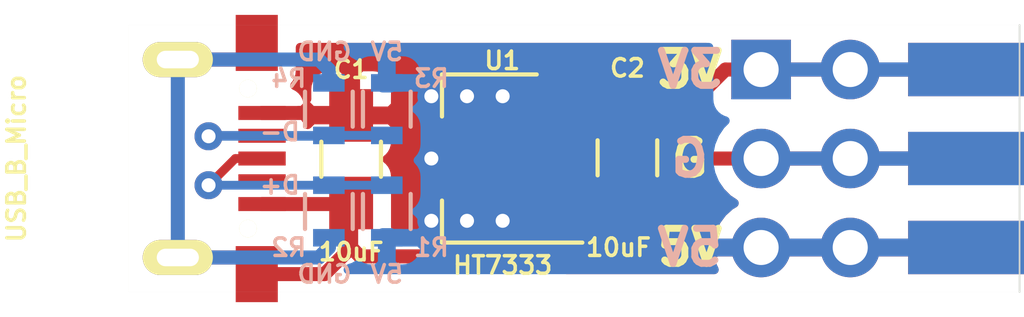
<source format=kicad_pcb>
(kicad_pcb (version 20171130) (host pcbnew 5.1.9)

  (general
    (thickness 1.6)
    (drawings 16)
    (tracks 61)
    (zones 0)
    (modules 10)
    (nets 7)
  )

  (page A4)
  (layers
    (0 F.Cu signal)
    (31 B.Cu signal)
    (32 B.Adhes user)
    (33 F.Adhes user)
    (34 B.Paste user)
    (35 F.Paste user)
    (36 B.SilkS user)
    (37 F.SilkS user)
    (38 B.Mask user)
    (39 F.Mask user)
    (40 Dwgs.User user)
    (41 Cmts.User user)
    (42 Eco1.User user)
    (43 Eco2.User user)
    (44 Edge.Cuts user)
    (45 Margin user)
    (46 B.CrtYd user)
    (47 F.CrtYd user)
    (48 B.Fab user hide)
    (49 F.Fab user hide)
  )

  (setup
    (last_trace_width 0.25)
    (trace_clearance 0.2)
    (zone_clearance 0.508)
    (zone_45_only no)
    (trace_min 0.2)
    (via_size 0.8)
    (via_drill 0.4)
    (via_min_size 0.4)
    (via_min_drill 0.3)
    (uvia_size 0.3)
    (uvia_drill 0.1)
    (uvias_allowed no)
    (uvia_min_size 0.2)
    (uvia_min_drill 0.1)
    (edge_width 0.05)
    (segment_width 0.2)
    (pcb_text_width 0.3)
    (pcb_text_size 1.5 1.5)
    (mod_edge_width 0.12)
    (mod_text_size 0.5 0.5)
    (mod_text_width 0.1)
    (pad_size 1.524 1.524)
    (pad_drill 0.762)
    (pad_to_mask_clearance 0)
    (aux_axis_origin 0 0)
    (visible_elements FFFFFF7F)
    (pcbplotparams
      (layerselection 0x010f0_ffffffff)
      (usegerberextensions false)
      (usegerberattributes true)
      (usegerberadvancedattributes true)
      (creategerberjobfile true)
      (excludeedgelayer true)
      (linewidth 0.100000)
      (plotframeref false)
      (viasonmask false)
      (mode 1)
      (useauxorigin false)
      (hpglpennumber 1)
      (hpglpenspeed 20)
      (hpglpendiameter 15.000000)
      (psnegative false)
      (psa4output false)
      (plotreference true)
      (plotvalue true)
      (plotinvisibletext false)
      (padsonsilk false)
      (subtractmaskfromsilk false)
      (outputformat 1)
      (mirror false)
      (drillshape 0)
      (scaleselection 1)
      (outputdirectory "out/usb_ht73xx_v0.1/"))
  )

  (net 0 "")
  (net 1 +5V)
  (net 2 GND)
  (net 3 +3V3)
  (net 4 "Net-(J1-Pad4)")
  (net 5 /D+)
  (net 6 /D-)

  (net_class Default "This is the default net class."
    (clearance 0.2)
    (trace_width 0.25)
    (via_dia 0.8)
    (via_drill 0.4)
    (uvia_dia 0.3)
    (uvia_drill 0.1)
    (add_net /D+)
    (add_net /D-)
    (add_net "Net-(J1-Pad4)")
  )

  (net_class Power ""
    (clearance 0.2)
    (trace_width 0.4)
    (via_dia 0.8)
    (via_drill 0.4)
    (uvia_dia 0.3)
    (uvia_drill 0.1)
    (add_net +3V3)
    (add_net +5V)
    (add_net GND)
  )

  (module Connectors:USB_Micro-B_Female_Wellco_AUSB_1011_05S2 (layer F.Cu) (tedit 5FF0F56B) (tstamp 5FF0F6D4)
    (at 29.21 29.21 270)
    (path /5FF0BFA1)
    (fp_text reference J1 (at 0 -2.05 90) (layer F.SilkS) hide
      (effects (font (size 0.5 0.5) (thickness 0.1)))
    )
    (fp_text value USB_B_Micro (at 0 7 90) (layer F.SilkS)
      (effects (font (size 0.5 0.5) (thickness 0.1)))
    )
    (fp_line (start -4.2 -1.15) (end -4.2 -0.95) (layer F.Fab) (width 0.05))
    (fp_line (start 4.2 -1.15) (end 4.2 -0.95) (layer F.Fab) (width 0.05))
    (fp_line (start -4.2 -1.15) (end 4.2 -1.15) (layer F.Fab) (width 0.05))
    (fp_line (start 4.2 1.25) (end 4.2 5.4) (layer F.Fab) (width 0.05))
    (fp_line (start -4.2 1.25) (end -4.2 5.4) (layer F.Fab) (width 0.05))
    (fp_line (start 4.2 6) (end -4.2 6) (layer F.Fab) (width 0.05))
    (fp_line (start -4.2 6) (end -4.2 5.4) (layer F.Fab) (width 0.05))
    (fp_line (start 4.2 6) (end 4.2 5.4) (layer F.Fab) (width 0.05))
    (fp_line (start 4.2 4.9) (end 4.5 6) (layer F.Fab) (width 0.05))
    (fp_line (start -4.2 4.9) (end -4.5 6) (layer F.Fab) (width 0.05))
    (fp_line (start 4.2 4.9) (end -4.2 4.9) (layer F.Fab) (width 0.05))
    (pad 6 smd rect (at 3.3 0.15 90) (size 1.6 1.2) (layers F.Cu F.Paste F.Mask)
      (net 2 GND) (clearance 0.24999))
    (pad 6 smd rect (at -3.3 0.15 90) (size 1.6 1.2) (layers F.Cu F.Paste F.Mask)
      (net 2 GND) (clearance 0.249999))
    (pad "" np_thru_hole circle (at -2 0.4 90) (size 0.5 0.5) (drill 0.5) (layers *.Cu *.Mask F.SilkS)
      (clearance 0.249999))
    (pad "" np_thru_hole circle (at 2 0.4 90) (size 0.5 0.5) (drill 0.5) (layers *.Cu *.Mask F.SilkS)
      (clearance 0.24999))
    (pad 6 thru_hole oval (at -2.825 2.4 90) (size 1 2) (drill oval 0.5 1.2) (layers *.Cu *.Mask F.SilkS)
      (net 2 GND) (clearance 0.25))
    (pad 5 smd rect (at 1.3 0 90) (size 0.4 1.35) (layers F.Cu F.Paste F.Mask)
      (net 2 GND) (clearance 0.24999))
    (pad 4 smd rect (at 0.65 0 90) (size 0.4 1.35) (layers F.Cu F.Paste F.Mask)
      (net 4 "Net-(J1-Pad4)") (clearance 0.25))
    (pad 3 smd rect (at 0 0 90) (size 0.4 1.35) (layers F.Cu F.Paste F.Mask)
      (net 5 /D+) (clearance 0.25))
    (pad 2 smd rect (at -0.65 0 90) (size 0.4 1.35) (layers F.Cu F.Paste F.Mask)
      (net 6 /D-) (clearance 0.25))
    (pad 1 smd rect (at -1.3 0 90) (size 0.4 1.35) (layers F.Cu F.Paste F.Mask)
      (net 1 +5V) (clearance 0.24999))
    (pad 6 thru_hole oval (at 2.825 2.4 90) (size 1 2) (drill oval 0.5 1.2) (layers *.Cu *.Mask F.SilkS)
      (net 2 GND) (clearance 0.25))
  )

  (module 2.54mm_Pin_Headers:Edge_2x03 locked (layer B.Cu) (tedit 5FF0F19B) (tstamp 5FF0D677)
    (at 49.276 26.67 270)
    (path /5FF498C8)
    (fp_text reference J3 (at 0 -5.334 270) (layer B.SilkS) hide
      (effects (font (size 0.5 0.5) (thickness 0.1)) (justify mirror))
    )
    (fp_text value Conn_02x03_Odd_Even (at 0 5.08 270) (layer B.SilkS) hide
      (effects (font (size 0.5 0.5) (thickness 0.1)) (justify mirror))
    )
    (pad 6 smd rect (at 5.08 0 270) (size 1.524 3.302) (layers F.Cu F.Paste F.Mask)
      (net 1 +5V))
    (pad 5 smd rect (at 5.08 0 270) (size 1.524 3.302) (layers B.Cu B.Paste B.Mask)
      (net 1 +5V))
    (pad 4 smd rect (at 2.54 0 270) (size 1.524 3.302) (layers F.Cu F.Paste F.Mask)
      (net 2 GND))
    (pad 3 smd rect (at 2.54 0 270) (size 1.524 3.302) (layers B.Cu B.Paste B.Mask)
      (net 2 GND))
    (pad 2 smd rect (at 0 0 270) (size 1.524 3.302) (layers F.Cu F.Paste F.Mask)
      (net 3 +3V3))
    (pad 1 smd rect (at 0 0 270) (size 1.524 3.302) (layers B.Cu B.Paste B.Mask)
      (net 3 +3V3))
  )

  (module Pin_Headers:Pin_Header_Straight_2x03_Pitch2.54mm locked (layer F.Cu) (tedit 5FF0F177) (tstamp 5FF0E505)
    (at 43.434 26.67)
    (descr "Through hole straight pin header, 2x03, 2.54mm pitch, double rows")
    (tags "Through hole pin header THT 2x03 2.54mm double row")
    (path /5FF1345A)
    (fp_text reference J2 (at 1.27 -2.33) (layer F.SilkS) hide
      (effects (font (size 0.5 0.5) (thickness 0.1)))
    )
    (fp_text value Conn_02x03_Odd_Even (at 1.27 7.41) (layer F.Fab)
      (effects (font (size 1 1) (thickness 0.15)))
    )
    (fp_line (start 4.35 -1.8) (end -1.8 -1.8) (layer F.CrtYd) (width 0.05))
    (fp_line (start 4.35 6.85) (end 4.35 -1.8) (layer F.CrtYd) (width 0.05))
    (fp_line (start -1.8 6.85) (end 4.35 6.85) (layer F.CrtYd) (width 0.05))
    (fp_line (start -1.8 -1.8) (end -1.8 6.85) (layer F.CrtYd) (width 0.05))
    (fp_line (start -1.27 0) (end 0 -1.27) (layer F.Fab) (width 0.1))
    (fp_line (start -1.27 6.35) (end -1.27 0) (layer F.Fab) (width 0.1))
    (fp_line (start 3.81 6.35) (end -1.27 6.35) (layer F.Fab) (width 0.1))
    (fp_line (start 3.81 -1.27) (end 3.81 6.35) (layer F.Fab) (width 0.1))
    (fp_line (start 0 -1.27) (end 3.81 -1.27) (layer F.Fab) (width 0.1))
    (fp_text user %R (at 1.27 2.54 90) (layer F.Fab)
      (effects (font (size 1 1) (thickness 0.15)))
    )
    (pad 1 thru_hole rect (at 0 0) (size 1.7 1.7) (drill 1) (layers *.Cu *.Mask)
      (net 3 +3V3))
    (pad 2 thru_hole oval (at 2.54 0) (size 1.7 1.7) (drill 1) (layers *.Cu *.Mask)
      (net 3 +3V3))
    (pad 3 thru_hole oval (at 0 2.54) (size 1.7 1.7) (drill 1) (layers *.Cu *.Mask)
      (net 2 GND))
    (pad 4 thru_hole oval (at 2.54 2.54) (size 1.7 1.7) (drill 1) (layers *.Cu *.Mask)
      (net 2 GND))
    (pad 5 thru_hole oval (at 0 5.08) (size 1.7 1.7) (drill 1) (layers *.Cu *.Mask)
      (net 1 +5V))
    (pad 6 thru_hole oval (at 2.54 5.08) (size 1.7 1.7) (drill 1) (layers *.Cu *.Mask)
      (net 1 +5V))
    (model ${KISYS3DMOD}/Pin_Headers.3dshapes/Pin_Header_Straight_2x03_Pitch2.54mm.wrl
      (at (xyz 0 0 0))
      (scale (xyz 1 1 1))
      (rotate (xyz 0 0 0))
    )
  )

  (module Resistors_SMD:R_0603 (layer B.Cu) (tedit 58E0A804) (tstamp 5FF0ED17)
    (at 31.115 27.801 90)
    (descr "Resistor SMD 0603, reflow soldering, Vishay (see dcrcw.pdf)")
    (tags "resistor 0603")
    (path /5FF4CA63)
    (attr smd)
    (fp_text reference R4 (at 0.877 -1.143 180) (layer B.SilkS)
      (effects (font (size 0.5 0.5) (thickness 0.1)) (justify mirror))
    )
    (fp_text value R (at 0 -1.5 270) (layer B.Fab)
      (effects (font (size 1 1) (thickness 0.15)) (justify mirror))
    )
    (fp_line (start -0.8 -0.4) (end -0.8 0.4) (layer B.Fab) (width 0.1))
    (fp_line (start 0.8 -0.4) (end -0.8 -0.4) (layer B.Fab) (width 0.1))
    (fp_line (start 0.8 0.4) (end 0.8 -0.4) (layer B.Fab) (width 0.1))
    (fp_line (start -0.8 0.4) (end 0.8 0.4) (layer B.Fab) (width 0.1))
    (fp_line (start 0.5 -0.68) (end -0.5 -0.68) (layer B.SilkS) (width 0.12))
    (fp_line (start -0.5 0.68) (end 0.5 0.68) (layer B.SilkS) (width 0.12))
    (fp_line (start -1.25 0.7) (end 1.25 0.7) (layer B.CrtYd) (width 0.05))
    (fp_line (start -1.25 0.7) (end -1.25 -0.7) (layer B.CrtYd) (width 0.05))
    (fp_line (start 1.25 -0.7) (end 1.25 0.7) (layer B.CrtYd) (width 0.05))
    (fp_line (start 1.25 -0.7) (end -1.25 -0.7) (layer B.CrtYd) (width 0.05))
    (fp_text user %R (at 0 0 270) (layer B.Fab)
      (effects (font (size 1 1) (thickness 0.15)) (justify mirror))
    )
    (pad 1 smd rect (at -0.75 0 90) (size 0.5 0.9) (layers B.Cu B.Paste B.Mask)
      (net 6 /D-))
    (pad 2 smd rect (at 0.75 0 90) (size 0.5 0.9) (layers B.Cu B.Paste B.Mask)
      (net 2 GND))
    (model ${KISYS3DMOD}/Resistors_SMD.3dshapes/R_0603.wrl
      (at (xyz 0 0 0))
      (scale (xyz 1 1 1))
      (rotate (xyz 0 0 0))
    )
  )

  (module Resistors_SMD:R_0603 (layer B.Cu) (tedit 58E0A804) (tstamp 5FF10912)
    (at 31.115 30.722 270)
    (descr "Resistor SMD 0603, reflow soldering, Vishay (see dcrcw.pdf)")
    (tags "resistor 0603")
    (path /5FF70791)
    (attr smd)
    (fp_text reference R2 (at 1.028 1.143 180) (layer B.SilkS)
      (effects (font (size 0.5 0.5) (thickness 0.1)) (justify mirror))
    )
    (fp_text value R (at 0 -1.5 270) (layer B.Fab)
      (effects (font (size 1 1) (thickness 0.15)) (justify mirror))
    )
    (fp_text user %R (at 0 0 270) (layer B.Fab)
      (effects (font (size 1 1) (thickness 0.15)) (justify mirror))
    )
    (fp_line (start 1.25 -0.7) (end -1.25 -0.7) (layer B.CrtYd) (width 0.05))
    (fp_line (start 1.25 -0.7) (end 1.25 0.7) (layer B.CrtYd) (width 0.05))
    (fp_line (start -1.25 0.7) (end -1.25 -0.7) (layer B.CrtYd) (width 0.05))
    (fp_line (start -1.25 0.7) (end 1.25 0.7) (layer B.CrtYd) (width 0.05))
    (fp_line (start -0.5 0.68) (end 0.5 0.68) (layer B.SilkS) (width 0.12))
    (fp_line (start 0.5 -0.68) (end -0.5 -0.68) (layer B.SilkS) (width 0.12))
    (fp_line (start -0.8 0.4) (end 0.8 0.4) (layer B.Fab) (width 0.1))
    (fp_line (start 0.8 0.4) (end 0.8 -0.4) (layer B.Fab) (width 0.1))
    (fp_line (start 0.8 -0.4) (end -0.8 -0.4) (layer B.Fab) (width 0.1))
    (fp_line (start -0.8 -0.4) (end -0.8 0.4) (layer B.Fab) (width 0.1))
    (pad 2 smd rect (at 0.75 0 270) (size 0.5 0.9) (layers B.Cu B.Paste B.Mask)
      (net 2 GND))
    (pad 1 smd rect (at -0.75 0 270) (size 0.5 0.9) (layers B.Cu B.Paste B.Mask)
      (net 5 /D+))
    (model ${KISYS3DMOD}/Resistors_SMD.3dshapes/R_0603.wrl
      (at (xyz 0 0 0))
      (scale (xyz 1 1 1))
      (rotate (xyz 0 0 0))
    )
  )

  (module Resistors_SMD:R_0603 (layer B.Cu) (tedit 58E0A804) (tstamp 5FF104DF)
    (at 32.766 30.722 270)
    (descr "Resistor SMD 0603, reflow soldering, Vishay (see dcrcw.pdf)")
    (tags "resistor 0603")
    (path /5FF4BD61)
    (attr smd)
    (fp_text reference R1 (at 1.028 -1.27 180) (layer B.SilkS)
      (effects (font (size 0.5 0.5) (thickness 0.1)) (justify mirror))
    )
    (fp_text value R (at 0 -1.5 270) (layer B.Fab)
      (effects (font (size 1 1) (thickness 0.15)) (justify mirror))
    )
    (fp_line (start -0.8 -0.4) (end -0.8 0.4) (layer B.Fab) (width 0.1))
    (fp_line (start 0.8 -0.4) (end -0.8 -0.4) (layer B.Fab) (width 0.1))
    (fp_line (start 0.8 0.4) (end 0.8 -0.4) (layer B.Fab) (width 0.1))
    (fp_line (start -0.8 0.4) (end 0.8 0.4) (layer B.Fab) (width 0.1))
    (fp_line (start 0.5 -0.68) (end -0.5 -0.68) (layer B.SilkS) (width 0.12))
    (fp_line (start -0.5 0.68) (end 0.5 0.68) (layer B.SilkS) (width 0.12))
    (fp_line (start -1.25 0.7) (end 1.25 0.7) (layer B.CrtYd) (width 0.05))
    (fp_line (start -1.25 0.7) (end -1.25 -0.7) (layer B.CrtYd) (width 0.05))
    (fp_line (start 1.25 -0.7) (end 1.25 0.7) (layer B.CrtYd) (width 0.05))
    (fp_line (start 1.25 -0.7) (end -1.25 -0.7) (layer B.CrtYd) (width 0.05))
    (fp_text user %R (at 0 0 270) (layer B.Fab)
      (effects (font (size 1 1) (thickness 0.15)) (justify mirror))
    )
    (pad 1 smd rect (at -0.75 0 270) (size 0.5 0.9) (layers B.Cu B.Paste B.Mask)
      (net 5 /D+))
    (pad 2 smd rect (at 0.75 0 270) (size 0.5 0.9) (layers B.Cu B.Paste B.Mask)
      (net 1 +5V))
    (model ${KISYS3DMOD}/Resistors_SMD.3dshapes/R_0603.wrl
      (at (xyz 0 0 0))
      (scale (xyz 1 1 1))
      (rotate (xyz 0 0 0))
    )
  )

  (module Resistors_SMD:R_0603 (layer B.Cu) (tedit 58E0A804) (tstamp 5FF0E2FC)
    (at 32.766 27.801 270)
    (descr "Resistor SMD 0603, reflow soldering, Vishay (see dcrcw.pdf)")
    (tags "resistor 0603")
    (path /5FF52722)
    (attr smd)
    (fp_text reference R3 (at -0.877 -1.27 180) (layer B.SilkS)
      (effects (font (size 0.5 0.5) (thickness 0.1)) (justify mirror))
    )
    (fp_text value R (at 0 -1.5 270) (layer B.Fab)
      (effects (font (size 1 1) (thickness 0.15)) (justify mirror))
    )
    (fp_line (start -0.8 -0.4) (end -0.8 0.4) (layer B.Fab) (width 0.1))
    (fp_line (start 0.8 -0.4) (end -0.8 -0.4) (layer B.Fab) (width 0.1))
    (fp_line (start 0.8 0.4) (end 0.8 -0.4) (layer B.Fab) (width 0.1))
    (fp_line (start -0.8 0.4) (end 0.8 0.4) (layer B.Fab) (width 0.1))
    (fp_line (start 0.5 -0.68) (end -0.5 -0.68) (layer B.SilkS) (width 0.12))
    (fp_line (start -0.5 0.68) (end 0.5 0.68) (layer B.SilkS) (width 0.12))
    (fp_line (start -1.25 0.7) (end 1.25 0.7) (layer B.CrtYd) (width 0.05))
    (fp_line (start -1.25 0.7) (end -1.25 -0.7) (layer B.CrtYd) (width 0.05))
    (fp_line (start 1.25 -0.7) (end 1.25 0.7) (layer B.CrtYd) (width 0.05))
    (fp_line (start 1.25 -0.7) (end -1.25 -0.7) (layer B.CrtYd) (width 0.05))
    (fp_text user %R (at 0 0 270) (layer B.Fab)
      (effects (font (size 1 1) (thickness 0.15)) (justify mirror))
    )
    (pad 1 smd rect (at -0.75 0 270) (size 0.5 0.9) (layers B.Cu B.Paste B.Mask)
      (net 1 +5V))
    (pad 2 smd rect (at 0.75 0 270) (size 0.5 0.9) (layers B.Cu B.Paste B.Mask)
      (net 6 /D-))
    (model ${KISYS3DMOD}/Resistors_SMD.3dshapes/R_0603.wrl
      (at (xyz 0 0 0))
      (scale (xyz 1 1 1))
      (rotate (xyz 0 0 0))
    )
  )

  (module TO_SOT_Packages_SMD:SOT-89-3 (layer F.Cu) (tedit 591F0203) (tstamp 5FF12134)
    (at 36.1188 29.21 180)
    (descr SOT-89-3)
    (tags SOT-89-3)
    (path /5FF0B9D1)
    (zone_connect 2)
    (attr smd)
    (fp_text reference U1 (at 0.0635 2.794) (layer F.SilkS)
      (effects (font (size 0.5 0.5) (thickness 0.1)))
    )
    (fp_text value HT7333 (at 0.0508 -3.048) (layer F.SilkS)
      (effects (font (size 0.5 0.5) (thickness 0.1)))
    )
    (fp_line (start -2.48 2.55) (end -2.48 -2.55) (layer F.CrtYd) (width 0.05))
    (fp_line (start -2.48 2.55) (end 3.23 2.55) (layer F.CrtYd) (width 0.05))
    (fp_line (start 3.23 -2.55) (end -2.48 -2.55) (layer F.CrtYd) (width 0.05))
    (fp_line (start 3.23 -2.55) (end 3.23 2.55) (layer F.CrtYd) (width 0.05))
    (fp_line (start -0.13 -2.3) (end 1.68 -2.3) (layer F.Fab) (width 0.1))
    (fp_line (start -0.92 2.3) (end -0.92 -1.51) (layer F.Fab) (width 0.1))
    (fp_line (start 1.68 2.3) (end -0.92 2.3) (layer F.Fab) (width 0.1))
    (fp_line (start 1.68 -2.3) (end 1.68 2.3) (layer F.Fab) (width 0.1))
    (fp_line (start -0.92 -1.51) (end -0.13 -2.3) (layer F.Fab) (width 0.1))
    (fp_line (start 1.78 -2.4) (end 1.78 -1.2) (layer F.SilkS) (width 0.12))
    (fp_line (start -2.22 -2.4) (end 1.78 -2.4) (layer F.SilkS) (width 0.12))
    (fp_line (start 1.78 2.4) (end -0.92 2.4) (layer F.SilkS) (width 0.12))
    (fp_line (start 1.78 1.2) (end 1.78 2.4) (layer F.SilkS) (width 0.12))
    (fp_text user %R (at 0.38 0 90) (layer F.Fab)
      (effects (font (size 1 1) (thickness 0.15)))
    )
    (pad 2 smd trapezoid (at 2.667 0 90) (size 1.6 0.85) (rect_delta 0 0.6 ) (layers F.Cu F.Paste F.Mask)
      (net 1 +5V) (zone_connect 2))
    (pad 1 smd rect (at -1.48 -1.5 90) (size 1 1.5) (layers F.Cu F.Paste F.Mask)
      (net 2 GND) (zone_connect 2))
    (pad 2 smd rect (at -1.3335 0 90) (size 1 1.8) (layers F.Cu F.Paste F.Mask)
      (net 1 +5V) (zone_connect 2))
    (pad 3 smd rect (at -1.48 1.5 90) (size 1 1.5) (layers F.Cu F.Paste F.Mask)
      (net 3 +3V3) (zone_connect 2))
    (pad 2 smd rect (at 1.3335 0 90) (size 2.2 1.84) (layers F.Cu F.Paste F.Mask)
      (net 1 +5V) (zone_connect 2))
    (pad 2 smd trapezoid (at -0.0762 0 270) (size 1.5 1) (rect_delta 0 0.7 ) (layers F.Cu F.Paste F.Mask)
      (net 1 +5V) (zone_connect 2))
    (model ${KISYS3DMOD}/TO_SOT_Packages_SMD.3dshapes/SOT-89-3.wrl
      (at (xyz 0 0 0))
      (scale (xyz 1 1 1))
      (rotate (xyz 0 0 0))
    )
  )

  (module Capacitors_SMD:C_0805_HandSoldering (layer F.Cu) (tedit 58AA84A8) (tstamp 5FF1221C)
    (at 39.624 29.19 270)
    (descr "Capacitor SMD 0805, hand soldering")
    (tags "capacitor 0805")
    (path /5FF1BF14)
    (attr smd)
    (fp_text reference C2 (at -2.56 0 180) (layer F.SilkS)
      (effects (font (size 0.5 0.5) (thickness 0.1)))
    )
    (fp_text value 10uF (at 2.56 0.254 180) (layer F.SilkS)
      (effects (font (size 0.5 0.5) (thickness 0.1)))
    )
    (fp_line (start 2.25 0.87) (end -2.25 0.87) (layer F.CrtYd) (width 0.05))
    (fp_line (start 2.25 0.87) (end 2.25 -0.88) (layer F.CrtYd) (width 0.05))
    (fp_line (start -2.25 -0.88) (end -2.25 0.87) (layer F.CrtYd) (width 0.05))
    (fp_line (start -2.25 -0.88) (end 2.25 -0.88) (layer F.CrtYd) (width 0.05))
    (fp_line (start -0.5 0.85) (end 0.5 0.85) (layer F.SilkS) (width 0.12))
    (fp_line (start 0.5 -0.85) (end -0.5 -0.85) (layer F.SilkS) (width 0.12))
    (fp_line (start -1 -0.62) (end 1 -0.62) (layer F.Fab) (width 0.1))
    (fp_line (start 1 -0.62) (end 1 0.62) (layer F.Fab) (width 0.1))
    (fp_line (start 1 0.62) (end -1 0.62) (layer F.Fab) (width 0.1))
    (fp_line (start -1 0.62) (end -1 -0.62) (layer F.Fab) (width 0.1))
    (fp_text user %R (at 0 -1.75 90) (layer F.Fab)
      (effects (font (size 1 1) (thickness 0.15)))
    )
    (pad 1 smd rect (at -1.25 0 270) (size 1.5 1.25) (layers F.Cu F.Paste F.Mask)
      (net 3 +3V3))
    (pad 2 smd rect (at 1.25 0 270) (size 1.5 1.25) (layers F.Cu F.Paste F.Mask)
      (net 2 GND))
    (model Capacitors_SMD.3dshapes/C_0805.wrl
      (at (xyz 0 0 0))
      (scale (xyz 1 1 1))
      (rotate (xyz 0 0 0))
    )
  )

  (module Capacitors_SMD:C_0805_HandSoldering (layer F.Cu) (tedit 58AA84A8) (tstamp 5FF0FC56)
    (at 31.75 29.23 270)
    (descr "Capacitor SMD 0805, hand soldering")
    (tags "capacitor 0805")
    (path /5FF1A16B)
    (attr smd)
    (fp_text reference C1 (at -2.56 0 180) (layer F.SilkS)
      (effects (font (size 0.5 0.5) (thickness 0.1)))
    )
    (fp_text value 10uF (at 2.647 0 180) (layer F.SilkS)
      (effects (font (size 0.5 0.5) (thickness 0.1)))
    )
    (fp_line (start 2.25 0.87) (end -2.25 0.87) (layer F.CrtYd) (width 0.05))
    (fp_line (start 2.25 0.87) (end 2.25 -0.88) (layer F.CrtYd) (width 0.05))
    (fp_line (start -2.25 -0.88) (end -2.25 0.87) (layer F.CrtYd) (width 0.05))
    (fp_line (start -2.25 -0.88) (end 2.25 -0.88) (layer F.CrtYd) (width 0.05))
    (fp_line (start -0.5 0.85) (end 0.5 0.85) (layer F.SilkS) (width 0.12))
    (fp_line (start 0.5 -0.85) (end -0.5 -0.85) (layer F.SilkS) (width 0.12))
    (fp_line (start -1 -0.62) (end 1 -0.62) (layer F.Fab) (width 0.1))
    (fp_line (start 1 -0.62) (end 1 0.62) (layer F.Fab) (width 0.1))
    (fp_line (start 1 0.62) (end -1 0.62) (layer F.Fab) (width 0.1))
    (fp_line (start -1 0.62) (end -1 -0.62) (layer F.Fab) (width 0.1))
    (fp_text user %R (at 0 -1.75 90) (layer F.Fab)
      (effects (font (size 1 1) (thickness 0.15)))
    )
    (pad 1 smd rect (at -1.25 0 270) (size 1.5 1.25) (layers F.Cu F.Paste F.Mask)
      (net 1 +5V))
    (pad 2 smd rect (at 1.25 0 270) (size 1.5 1.25) (layers F.Cu F.Paste F.Mask)
      (net 2 GND))
    (model Capacitors_SMD.3dshapes/C_0805.wrl
      (at (xyz 0 0 0))
      (scale (xyz 1 1 1))
      (rotate (xyz 0 0 0))
    )
  )

  (gr_text 5V (at 41.402 31.75) (layer B.SilkS) (tstamp 5FF12DD8)
    (effects (font (size 1 1) (thickness 0.2)) (justify mirror))
  )
  (gr_text G (at 41.402 29.21) (layer B.SilkS) (tstamp 5FF12825)
    (effects (font (size 1 1) (thickness 0.2)) (justify mirror))
  )
  (gr_text "3V\n" (at 41.402 26.67) (layer B.SilkS) (tstamp 5FF1281E)
    (effects (font (size 1 1) (thickness 0.2)) (justify mirror))
  )
  (gr_text "3V\n" (at 41.402 26.67) (layer F.SilkS) (tstamp 5FF123AF)
    (effects (font (size 1 1) (thickness 0.2)))
  )
  (gr_text G (at 41.402 29.21) (layer F.SilkS) (tstamp 5FF123AD)
    (effects (font (size 1 1) (thickness 0.2)))
  )
  (gr_text 5V (at 41.402 31.75) (layer F.SilkS)
    (effects (font (size 1 1) (thickness 0.2)))
  )
  (gr_text 5V (at 32.766 26.162) (layer B.SilkS)
    (effects (font (size 0.5 0.5) (thickness 0.1)) (justify mirror))
  )
  (gr_text 5V (at 32.766 32.512) (layer B.SilkS)
    (effects (font (size 0.5 0.5) (thickness 0.1)) (justify mirror))
  )
  (gr_text GND (at 30.988 32.512) (layer B.SilkS)
    (effects (font (size 0.5 0.5) (thickness 0.1)) (justify mirror))
  )
  (gr_text GND (at 30.988 26.162) (layer B.SilkS)
    (effects (font (size 0.5 0.5) (thickness 0.1)) (justify mirror))
  )
  (gr_text D+ (at 29.718 29.972) (layer B.SilkS)
    (effects (font (size 0.5 0.5) (thickness 0.1)) (justify mirror))
  )
  (gr_text D- (at 29.718 28.448) (layer B.SilkS)
    (effects (font (size 0.5 0.5) (thickness 0.1)) (justify mirror))
  )
  (gr_line (start 25.4 25.4) (end 25.4 33.02) (layer Edge.Cuts) (width 0.001) (tstamp 5FF0E865))
  (gr_line (start 50.8 33.02) (end 25.4 33.02) (layer Edge.Cuts) (width 0.001))
  (gr_line (start 50.8 25.4) (end 50.8 33.02) (layer Edge.Cuts) (width 0.05))
  (gr_line (start 25.4 25.4) (end 50.8 25.4) (layer Edge.Cuts) (width 0.001))

  (via (at 34.036 29.21) (size 0.8) (drill 0.4) (layers F.Cu B.Cu) (net 1))
  (segment (start 45.974 31.75) (end 49.276 31.75) (width 0.4) (layer B.Cu) (net 1))
  (segment (start 43.434 31.75) (end 45.974 31.75) (width 0.4) (layer B.Cu) (net 1))
  (segment (start 31.68 27.91) (end 31.75 27.98) (width 0.4) (layer F.Cu) (net 1))
  (segment (start 29.21 27.91) (end 31.68 27.91) (width 0.4) (layer F.Cu) (net 1))
  (via (at 36.068 27.432) (size 0.8) (drill 0.4) (layers F.Cu B.Cu) (net 1))
  (via (at 35.052 27.432) (size 0.8) (drill 0.4) (layers F.Cu B.Cu) (net 1))
  (via (at 34.036 27.432) (size 0.8) (drill 0.4) (layers F.Cu B.Cu) (net 1))
  (via (at 36.068 30.988) (size 0.8) (drill 0.4) (layers F.Cu B.Cu) (net 1))
  (via (at 35.052 30.988) (size 0.8) (drill 0.4) (layers F.Cu B.Cu) (net 1))
  (via (at 34.036 30.988) (size 0.8) (drill 0.4) (layers F.Cu B.Cu) (net 1))
  (segment (start 45.974 29.21) (end 49.276 29.21) (width 0.4) (layer F.Cu) (net 2))
  (segment (start 45.974 29.21) (end 49.276 29.21) (width 0.4) (layer B.Cu) (net 2))
  (segment (start 28.585 26.385) (end 29.06 25.91) (width 0.4) (layer F.Cu) (net 2))
  (segment (start 26.81 26.385) (end 28.585 26.385) (width 0.4) (layer F.Cu) (net 2))
  (segment (start 28.585 32.035) (end 29.06 32.51) (width 0.4) (layer F.Cu) (net 2))
  (segment (start 26.81 32.035) (end 28.585 32.035) (width 0.4) (layer F.Cu) (net 2))
  (segment (start 26.81 26.385) (end 30.83 26.385) (width 0.4) (layer B.Cu) (net 2))
  (segment (start 31.115 26.67) (end 31.115 27.051) (width 0.4) (layer B.Cu) (net 2))
  (segment (start 30.83 26.385) (end 31.115 26.67) (width 0.4) (layer B.Cu) (net 2))
  (segment (start 26.81 32.035) (end 30.83 32.035) (width 0.4) (layer B.Cu) (net 2))
  (segment (start 31.72 30.51) (end 31.75 30.48) (width 0.4) (layer F.Cu) (net 2))
  (segment (start 29.21 30.51) (end 31.72 30.51) (width 0.4) (layer F.Cu) (net 2))
  (segment (start 29.06 32.51) (end 30.99 32.51) (width 0.4) (layer F.Cu) (net 2))
  (segment (start 30.99 32.51) (end 31.75 31.75) (width 0.4) (layer F.Cu) (net 2))
  (segment (start 31.75 30.48) (end 31.75 30.734) (width 0.4) (layer F.Cu) (net 2))
  (segment (start 31.75 30.48) (end 31.75 31.75) (width 0.4) (layer F.Cu) (net 2))
  (segment (start 31.75 31.75) (end 32.004 32.004) (width 0.4) (layer F.Cu) (net 2) (tstamp 5FF122A8))
  (segment (start 32.004 32.004) (end 37.084 32.004) (width 0.4) (layer F.Cu) (net 2))
  (segment (start 37.5988 31.4892) (end 37.5988 30.71) (width 0.4) (layer F.Cu) (net 2))
  (segment (start 37.084 32.004) (end 37.5988 31.4892) (width 0.4) (layer F.Cu) (net 2))
  (segment (start 37.5988 30.71) (end 39.735 30.71) (width 0.4) (layer F.Cu) (net 2))
  (segment (start 26.81 32.035) (end 26.81 26.385) (width 0.4) (layer B.Cu) (net 2))
  (segment (start 31.115 31.75) (end 30.83 32.035) (width 0.4) (layer B.Cu) (net 2))
  (segment (start 31.115 31.472) (end 31.115 31.75) (width 0.4) (layer B.Cu) (net 2))
  (segment (start 41.91 29.21) (end 43.434 29.21) (width 0.4) (layer F.Cu) (net 2))
  (segment (start 40.68 30.44) (end 41.91 29.21) (width 0.4) (layer F.Cu) (net 2))
  (segment (start 39.624 30.44) (end 40.68 30.44) (width 0.4) (layer F.Cu) (net 2))
  (segment (start 45.974 29.21) (end 43.434 29.21) (width 0.4) (layer F.Cu) (net 2))
  (segment (start 43.434 29.21) (end 49.276 29.21) (width 0.4) (layer B.Cu) (net 2))
  (segment (start 45.974 26.67) (end 49.276 26.67) (width 0.4) (layer F.Cu) (net 3))
  (segment (start 45.974 26.67) (end 49.276 26.67) (width 0.4) (layer B.Cu) (net 3))
  (segment (start 37.5988 27.71) (end 39.775 27.71) (width 0.4) (layer F.Cu) (net 3))
  (segment (start 39.624 27.94) (end 41.148 27.94) (width 0.4) (layer F.Cu) (net 3))
  (segment (start 42.418 26.67) (end 43.434 26.67) (width 0.4) (layer F.Cu) (net 3))
  (segment (start 41.148 27.94) (end 42.418 26.67) (width 0.4) (layer F.Cu) (net 3))
  (segment (start 45.974 26.67) (end 43.434 26.67) (width 0.4) (layer F.Cu) (net 3))
  (segment (start 43.434 26.67) (end 49.276 26.67) (width 0.4) (layer B.Cu) (net 3))
  (via (at 27.686 29.972) (size 0.8) (drill 0.4) (layers F.Cu B.Cu) (net 5))
  (segment (start 28.448 29.21) (end 27.686 29.972) (width 0.25) (layer F.Cu) (net 5))
  (segment (start 29.21 29.21) (end 28.448 29.21) (width 0.25) (layer F.Cu) (net 5))
  (segment (start 27.686 29.972) (end 31.115 29.972) (width 0.25) (layer B.Cu) (net 5) (tstamp 5FF10689))
  (segment (start 31.115 29.972) (end 32.512 29.972) (width 0.25) (layer B.Cu) (net 5))
  (via (at 27.686 28.575) (size 0.8) (drill 0.4) (layers F.Cu B.Cu) (net 6))
  (segment (start 27.701 28.56) (end 27.686 28.575) (width 0.25) (layer F.Cu) (net 6))
  (segment (start 29.21 28.56) (end 27.701 28.56) (width 0.25) (layer F.Cu) (net 6))
  (segment (start 31.091 28.575) (end 31.115 28.551) (width 0.25) (layer B.Cu) (net 6))
  (segment (start 27.686 28.575) (end 31.091 28.575) (width 0.25) (layer B.Cu) (net 6))
  (segment (start 31.115 28.551) (end 32.512 28.551) (width 0.25) (layer B.Cu) (net 6) (tstamp 5FF12E2F))
  (segment (start 27.71 28.551) (end 27.686 28.575) (width 0.25) (layer B.Cu) (net 6))
  (segment (start 32.766 28.551) (end 27.71 28.551) (width 0.25) (layer B.Cu) (net 6))

  (zone (net 1) (net_name +5V) (layer F.Cu) (tstamp 5FF134B7) (hatch edge 0.508)
    (connect_pads (clearance 0.508))
    (min_thickness 0.254)
    (fill yes (arc_segments 32) (thermal_gap 0.508) (thermal_bridge_width 0.508))
    (polygon
      (pts
        (xy 50.8 33.02) (xy 25.4 33.02) (xy 25.4 25.4) (xy 50.8 25.4)
      )
    )
    (filled_polygon
      (pts
        (xy 42.280525 30.156632) (xy 42.487368 30.363475) (xy 42.669534 30.485195) (xy 42.552645 30.554822) (xy 42.336412 30.749731)
        (xy 42.162359 30.98308) (xy 42.037175 31.245901) (xy 41.992524 31.39311) (xy 42.113845 31.623) (xy 43.307 31.623)
        (xy 43.307 31.603) (xy 43.561 31.603) (xy 43.561 31.623) (xy 45.847 31.623) (xy 45.847 31.603)
        (xy 46.101 31.603) (xy 46.101 31.623) (xy 49.149 31.623) (xy 49.149 31.603) (xy 49.403 31.603)
        (xy 49.403 31.623) (xy 49.423 31.623) (xy 49.423 31.877) (xy 49.403 31.877) (xy 49.403 31.897)
        (xy 49.149 31.897) (xy 49.149 31.877) (xy 46.101 31.877) (xy 46.101 31.897) (xy 45.847 31.897)
        (xy 45.847 31.877) (xy 43.561 31.877) (xy 43.561 31.897) (xy 43.307 31.897) (xy 43.307 31.877)
        (xy 42.113845 31.877) (xy 41.992524 32.10689) (xy 42.037175 32.254099) (xy 42.099286 32.3845) (xy 37.884367 32.3845)
        (xy 38.160222 32.108645) (xy 38.192091 32.082491) (xy 38.296436 31.955346) (xy 38.354052 31.847555) (xy 38.473282 31.835812)
        (xy 38.59298 31.799502) (xy 38.692608 31.746249) (xy 38.75482 31.779502) (xy 38.874518 31.815812) (xy 38.999 31.828072)
        (xy 40.249 31.828072) (xy 40.373482 31.815812) (xy 40.49318 31.779502) (xy 40.603494 31.720537) (xy 40.700185 31.641185)
        (xy 40.779537 31.544494) (xy 40.838502 31.43418) (xy 40.874812 31.314482) (xy 40.881005 31.251598) (xy 41.001087 31.215172)
        (xy 41.146146 31.137636) (xy 41.273291 31.033291) (xy 41.299445 31.001422) (xy 42.225936 30.074933)
      )
    )
    (filled_polygon
      (pts
        (xy 41.824709 26.076709) (xy 41.798558 26.108574) (xy 40.867086 27.040047) (xy 40.838502 26.94582) (xy 40.779537 26.835506)
        (xy 40.700185 26.738815) (xy 40.603494 26.659463) (xy 40.49318 26.600498) (xy 40.373482 26.564188) (xy 40.249 26.551928)
        (xy 38.999 26.551928) (xy 38.874518 26.564188) (xy 38.75482 26.600498) (xy 38.655192 26.653751) (xy 38.59298 26.620498)
        (xy 38.473282 26.584188) (xy 38.3488 26.571928) (xy 36.8488 26.571928) (xy 36.724318 26.584188) (xy 36.60462 26.620498)
        (xy 36.494306 26.679463) (xy 36.397615 26.758815) (xy 36.318263 26.855506) (xy 36.259298 26.96582) (xy 36.222988 27.085518)
        (xy 36.210728 27.21) (xy 36.210728 28.21) (xy 36.222988 28.334482) (xy 36.259298 28.45418) (xy 36.318263 28.564494)
        (xy 36.397615 28.661185) (xy 36.494306 28.740537) (xy 36.60462 28.799502) (xy 36.724318 28.835812) (xy 36.8488 28.848072)
        (xy 38.3488 28.848072) (xy 38.382374 28.844765) (xy 38.409498 28.93418) (xy 38.468463 29.044494) (xy 38.547815 29.141185)
        (xy 38.607296 29.19) (xy 38.547815 29.238815) (xy 38.468463 29.335506) (xy 38.409498 29.44582) (xy 38.373188 29.565518)
        (xy 38.372328 29.574245) (xy 38.3488 29.571928) (xy 36.8488 29.571928) (xy 36.724318 29.584188) (xy 36.60462 29.620498)
        (xy 36.494306 29.679463) (xy 36.397615 29.758815) (xy 36.318263 29.855506) (xy 36.259298 29.96582) (xy 36.222988 30.085518)
        (xy 36.210728 30.21) (xy 36.210728 31.169) (xy 33.013072 31.169) (xy 33.013072 29.73) (xy 33.000812 29.605518)
        (xy 32.964502 29.48582) (xy 32.905537 29.375506) (xy 32.826185 29.278815) (xy 32.766704 29.23) (xy 32.826185 29.181185)
        (xy 32.905537 29.084494) (xy 32.964502 28.97418) (xy 33.000812 28.854482) (xy 33.013072 28.73) (xy 33.01 28.26575)
        (xy 32.85125 28.107) (xy 31.877 28.107) (xy 31.877 28.127) (xy 31.623 28.127) (xy 31.623 28.107)
        (xy 30.64875 28.107) (xy 30.511657 28.244093) (xy 30.510812 28.235518) (xy 30.510012 28.23288) (xy 30.52 28.14175)
        (xy 30.452032 28.073782) (xy 30.415537 28.005506) (xy 30.336185 27.908815) (xy 30.248678 27.837) (xy 30.36125 27.837)
        (xy 30.497 27.70125) (xy 30.64875 27.853) (xy 31.623 27.853) (xy 31.623 26.75375) (xy 31.877 26.75375)
        (xy 31.877 27.853) (xy 32.85125 27.853) (xy 33.01 27.69425) (xy 33.013072 27.23) (xy 33.000812 27.105518)
        (xy 32.964502 26.98582) (xy 32.905537 26.875506) (xy 32.826185 26.778815) (xy 32.729494 26.699463) (xy 32.61918 26.640498)
        (xy 32.499482 26.604188) (xy 32.375 26.591928) (xy 32.03575 26.595) (xy 31.877 26.75375) (xy 31.623 26.75375)
        (xy 31.46425 26.595) (xy 31.125 26.591928) (xy 31.000518 26.604188) (xy 30.88082 26.640498) (xy 30.770506 26.699463)
        (xy 30.673815 26.778815) (xy 30.594463 26.875506) (xy 30.535498 26.98582) (xy 30.499188 27.105518) (xy 30.486928 27.23)
        (xy 30.488803 27.513396) (xy 30.470521 27.456424) (xy 30.4098 27.347067) (xy 30.328912 27.251657) (xy 30.230964 27.173861)
        (xy 30.139411 27.126792) (xy 30.190537 27.064494) (xy 30.249502 26.95418) (xy 30.285812 26.834482) (xy 30.298072 26.71)
        (xy 30.298072 26.0355) (xy 41.874922 26.0355)
      )
    )
  )
  (zone (net 1) (net_name +5V) (layer B.Cu) (tstamp 5FF134B4) (hatch edge 0.508)
    (connect_pads (clearance 0.508))
    (min_thickness 0.254)
    (fill yes (arc_segments 32) (thermal_gap 0.508) (thermal_bridge_width 0.508))
    (polygon
      (pts
        (xy 50.8 33.02) (xy 25.4 33.02) (xy 25.4 25.4) (xy 50.8 25.4)
      )
    )
    (filled_polygon
      (pts
        (xy 41.945928 27.52) (xy 41.958188 27.644482) (xy 41.994498 27.76418) (xy 42.053463 27.874494) (xy 42.132815 27.971185)
        (xy 42.229506 28.050537) (xy 42.33982 28.109502) (xy 42.41238 28.131513) (xy 42.280525 28.263368) (xy 42.11801 28.506589)
        (xy 42.006068 28.776842) (xy 41.949 29.06374) (xy 41.949 29.35626) (xy 42.006068 29.643158) (xy 42.11801 29.913411)
        (xy 42.280525 30.156632) (xy 42.487368 30.363475) (xy 42.669534 30.485195) (xy 42.552645 30.554822) (xy 42.336412 30.749731)
        (xy 42.162359 30.98308) (xy 42.037175 31.245901) (xy 41.992524 31.39311) (xy 42.113845 31.623) (xy 43.307 31.623)
        (xy 43.307 31.603) (xy 43.561 31.603) (xy 43.561 31.623) (xy 45.847 31.623) (xy 45.847 31.603)
        (xy 46.101 31.603) (xy 46.101 31.623) (xy 49.149 31.623) (xy 49.149 31.603) (xy 49.403 31.603)
        (xy 49.403 31.623) (xy 49.423 31.623) (xy 49.423 31.877) (xy 49.403 31.877) (xy 49.403 31.897)
        (xy 49.149 31.897) (xy 49.149 31.877) (xy 46.101 31.877) (xy 46.101 31.897) (xy 45.847 31.897)
        (xy 45.847 31.877) (xy 43.561 31.877) (xy 43.561 31.897) (xy 43.307 31.897) (xy 43.307 31.877)
        (xy 42.113845 31.877) (xy 41.992524 32.10689) (xy 42.037175 32.254099) (xy 42.099286 32.3845) (xy 31.661368 32.3845)
        (xy 31.676426 32.369442) (xy 31.708291 32.343291) (xy 31.709585 32.341714) (xy 31.80918 32.311502) (xy 31.919494 32.252537)
        (xy 31.940971 32.234911) (xy 31.972553 32.259755) (xy 32.084063 32.316425) (xy 32.204486 32.350252) (xy 32.329195 32.359936)
        (xy 32.48025 32.357) (xy 32.639 32.19825) (xy 32.639 31.595) (xy 32.893 31.595) (xy 32.893 32.19825)
        (xy 33.05175 32.357) (xy 33.202805 32.359936) (xy 33.327514 32.350252) (xy 33.447937 32.316425) (xy 33.559447 32.259755)
        (xy 33.657758 32.182419) (xy 33.739093 32.087389) (xy 33.800326 31.978318) (xy 33.839104 31.859397) (xy 33.851 31.75375)
        (xy 33.69225 31.595) (xy 32.893 31.595) (xy 32.639 31.595) (xy 32.619 31.595) (xy 32.619 31.349)
        (xy 32.639 31.349) (xy 32.639 31.325) (xy 32.893 31.325) (xy 32.893 31.349) (xy 33.69225 31.349)
        (xy 33.851 31.19025) (xy 33.839104 31.084603) (xy 33.800326 30.965682) (xy 33.739093 30.856611) (xy 33.657758 30.761581)
        (xy 33.607575 30.722105) (xy 33.667185 30.673185) (xy 33.746537 30.576494) (xy 33.805502 30.46618) (xy 33.841812 30.346482)
        (xy 33.854072 30.222) (xy 33.854072 29.722) (xy 33.841812 29.597518) (xy 33.805502 29.47782) (xy 33.746537 29.367506)
        (xy 33.667185 29.270815) (xy 33.655835 29.2615) (xy 33.667185 29.252185) (xy 33.746537 29.155494) (xy 33.805502 29.04518)
        (xy 33.841812 28.925482) (xy 33.854072 28.801) (xy 33.854072 28.301) (xy 33.841812 28.176518) (xy 33.805502 28.05682)
        (xy 33.746537 27.946506) (xy 33.667185 27.849815) (xy 33.607575 27.800895) (xy 33.657758 27.761419) (xy 33.739093 27.666389)
        (xy 33.800326 27.557318) (xy 33.839104 27.438397) (xy 33.851 27.33275) (xy 33.69225 27.174) (xy 32.893 27.174)
        (xy 32.893 27.198) (xy 32.639 27.198) (xy 32.639 27.174) (xy 32.619 27.174) (xy 32.619 26.928)
        (xy 32.639 26.928) (xy 32.639 26.32475) (xy 32.893 26.32475) (xy 32.893 26.928) (xy 33.69225 26.928)
        (xy 33.851 26.76925) (xy 33.839104 26.663603) (xy 33.800326 26.544682) (xy 33.739093 26.435611) (xy 33.657758 26.340581)
        (xy 33.559447 26.263245) (xy 33.447937 26.206575) (xy 33.327514 26.172748) (xy 33.202805 26.163064) (xy 33.05175 26.166)
        (xy 32.893 26.32475) (xy 32.639 26.32475) (xy 32.48025 26.166) (xy 32.329195 26.163064) (xy 32.204486 26.172748)
        (xy 32.084063 26.206575) (xy 31.972553 26.263245) (xy 31.940971 26.288089) (xy 31.919494 26.270463) (xy 31.819738 26.217142)
        (xy 31.812636 26.203854) (xy 31.708291 26.076709) (xy 31.676427 26.050559) (xy 31.661368 26.0355) (xy 41.945928 26.0355)
      )
    )
  )
)

</source>
